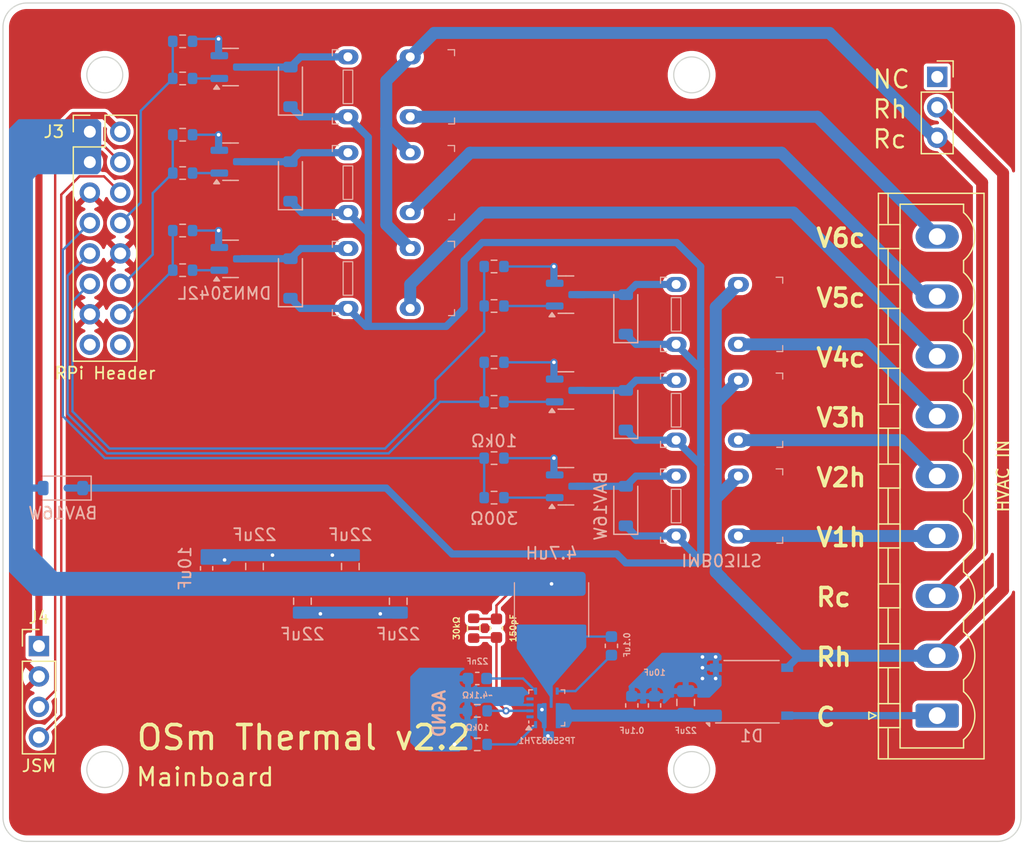
<source format=kicad_pcb>
(kicad_pcb
	(version 20241229)
	(generator "pcbnew")
	(generator_version "9.0")
	(general
		(thickness 1.6)
		(legacy_teardrops no)
	)
	(paper "A4")
	(title_block
		(title "OSm Thermal Main")
		(date "2025-08-14")
		(rev "2.2")
		(company "CircleShift Hardware")
	)
	(layers
		(0 "F.Cu" signal)
		(2 "B.Cu" signal)
		(9 "F.Adhes" user "F.Adhesive")
		(11 "B.Adhes" user "B.Adhesive")
		(13 "F.Paste" user)
		(15 "B.Paste" user)
		(5 "F.SilkS" user "F.Silkscreen")
		(7 "B.SilkS" user "B.Silkscreen")
		(1 "F.Mask" user)
		(3 "B.Mask" user)
		(17 "Dwgs.User" user "User.Drawings")
		(19 "Cmts.User" user "User.Comments")
		(21 "Eco1.User" user "User.Eco1")
		(23 "Eco2.User" user "User.Eco2")
		(25 "Edge.Cuts" user)
		(27 "Margin" user)
		(31 "F.CrtYd" user "F.Courtyard")
		(29 "B.CrtYd" user "B.Courtyard")
		(35 "F.Fab" user)
		(33 "B.Fab" user)
		(39 "User.1" user)
		(41 "User.2" user)
		(43 "User.3" user)
		(45 "User.4" user)
	)
	(setup
		(stackup
			(layer "F.SilkS"
				(type "Top Silk Screen")
			)
			(layer "F.Paste"
				(type "Top Solder Paste")
			)
			(layer "F.Mask"
				(type "Top Solder Mask")
				(thickness 0.01)
			)
			(layer "F.Cu"
				(type "copper")
				(thickness 0.035)
			)
			(layer "dielectric 1"
				(type "core")
				(thickness 1.51)
				(material "FR4")
				(epsilon_r 4.5)
				(loss_tangent 0.02)
			)
			(layer "B.Cu"
				(type "copper")
				(thickness 0.035)
			)
			(layer "B.Mask"
				(type "Bottom Solder Mask")
				(thickness 0.01)
			)
			(layer "B.Paste"
				(type "Bottom Solder Paste")
			)
			(layer "B.SilkS"
				(type "Bottom Silk Screen")
			)
			(copper_finish "None")
			(dielectric_constraints no)
		)
		(pad_to_mask_clearance 0)
		(allow_soldermask_bridges_in_footprints no)
		(tenting front back)
		(pcbplotparams
			(layerselection 0x00000000_00000000_55555555_5755f5ff)
			(plot_on_all_layers_selection 0x00000000_00000000_00000000_00000000)
			(disableapertmacros no)
			(usegerberextensions no)
			(usegerberattributes yes)
			(usegerberadvancedattributes yes)
			(creategerberjobfile yes)
			(dashed_line_dash_ratio 12.000000)
			(dashed_line_gap_ratio 3.000000)
			(svgprecision 4)
			(plotframeref no)
			(mode 1)
			(useauxorigin no)
			(hpglpennumber 1)
			(hpglpenspeed 20)
			(hpglpendiameter 15.000000)
			(pdf_front_fp_property_popups yes)
			(pdf_back_fp_property_popups yes)
			(pdf_metadata yes)
			(pdf_single_document no)
			(dxfpolygonmode yes)
			(dxfimperialunits yes)
			(dxfusepcbnewfont yes)
			(psnegative no)
			(psa4output no)
			(plot_black_and_white yes)
			(sketchpadsonfab no)
			(plotpadnumbers no)
			(hidednponfab no)
			(sketchdnponfab yes)
			(crossoutdnponfab yes)
			(subtractmaskfromsilk no)
			(outputformat 1)
			(mirror no)
			(drillshape 0)
			(scaleselection 1)
			(outputdirectory "output/")
		)
	)
	(net 0 "")
	(net 1 "GNDA")
	(net 2 "+5V")
	(net 3 "Net-(D3-A)")
	(net 4 "Net-(D4-A)")
	(net 5 "Net-(D5-A)")
	(net 6 "Net-(D7-A)")
	(net 7 "Net-(D8-A)")
	(net 8 "unconnected-(J2-Pin_1-Pad1)")
	(net 9 "/SCL")
	(net 10 "/SDA")
	(net 11 "/3.3V")
	(net 12 "Net-(Q1-G)")
	(net 13 "Net-(Q2-G)")
	(net 14 "Net-(Q3-G)")
	(net 15 "Net-(Q4-G)")
	(net 16 "Net-(Q5-G)")
	(net 17 "Net-(Q6-G)")
	(net 18 "/GPIO_14")
	(net 19 "/GPIO_15")
	(net 20 "/GPIO_18")
	(net 21 "/GPIO_4")
	(net 22 "/GPIO_17")
	(net 23 "/GPIO_23")
	(net 24 "unconnected-(TPS56837H1-PG-Pad4)")
	(net 25 "unconnected-(TPS56837H1-EN-Pad1)")
	(net 26 "unconnected-(J3-Pin_15-Pad15)")
	(net 27 "unconnected-(J3-Pin_16-Pad16)")
	(net 28 "/COM")
	(net 29 "/Rh")
	(net 30 "/V5c")
	(net 31 "/Rc")
	(net 32 "/V1h")
	(net 33 "/V6c")
	(net 34 "/V3h")
	(net 35 "/V4c")
	(net 36 "/V2h")
	(net 37 "/VIN")
	(net 38 "/5VK")
	(net 39 "/SS")
	(net 40 "/SW")
	(net 41 "/FB")
	(net 42 "/MODE")
	(net 43 "/BOOT")
	(net 44 "Net-(D9-A)")
	(footprint "Connector_PinHeader_2.54mm:PinHeader_1x04_P2.54mm_Vertical" (layer "F.Cu") (at 53 101.19))
	(footprint "Connector_Phoenix_MSTB:PhoenixContact_MSTBVA_2,5_9-G_1x09_P5.00mm_Vertical" (layer "F.Cu") (at 128 107 90))
	(footprint "Resistor_SMD:R_0603_1608Metric" (layer "F.Cu") (at 89.3 99.7 -90))
	(footprint "Connector_PinHeader_2.54mm:PinHeader_2x08_P2.54mm_Vertical" (layer "F.Cu") (at 57.25 58.25))
	(footprint "Capacitor_SMD:C_0603_1608Metric" (layer "F.Cu") (at 91.2 99.7 -90))
	(footprint "Connector_PinSocket_2.54mm:PinSocket_1x03_P2.54mm_Vertical" (layer "F.Cu") (at 128 53.67))
	(footprint "Diode_SMD:D_SOD-123" (layer "B.Cu") (at 74 62.4 90))
	(footprint "CustomLib:AXICOM IM-B Relay" (layer "B.Cu") (at 108.9 73.5))
	(footprint "Resistor_SMD:R_0603_1608Metric" (layer "B.Cu") (at 65 61.7 180))
	(footprint "Resistor_SMD:R_0603_1608Metric" (layer "B.Cu") (at 89.6 109.4))
	(footprint "Capacitor_SMD:C_0805_2012Metric" (layer "B.Cu") (at 107 105.9 -90))
	(footprint "Resistor_SMD:R_0603_1608Metric" (layer "B.Cu") (at 65 66.5))
	(footprint "Resistor_SMD:R_0603_1608Metric" (layer "B.Cu") (at 91 88.8 180))
	(footprint "CustomLib:AXICOM IM-B Relay" (layer "B.Cu") (at 81.5 70.5))
	(footprint "Resistor_SMD:R_0603_1608Metric" (layer "B.Cu") (at 91 69.5))
	(footprint "CustomLib:AXICOM IM-B Relay" (layer "B.Cu") (at 81.5 62.5))
	(footprint "Diode_SMD:D_SOD-123" (layer "B.Cu") (at 102 89.5 90))
	(footprint "Diode_SMD:D_SOD-123" (layer "B.Cu") (at 55 88 180))
	(footprint "Resistor_SMD:R_0603_1608Metric" (layer "B.Cu") (at 65 53.8 180))
	(footprint "Capacitor_SMD:C_0603_1608Metric" (layer "B.Cu") (at 67 94.7 90))
	(footprint "CustomLib:AXICOM IM-B Relay" (layer "B.Cu") (at 108.9 89.5))
	(footprint "CustomLib:Texas_RPA0010A" (layer "B.Cu") (at 95.4 106.35))
	(footprint "Resistor_SMD:R_0603_1608Metric" (layer "B.Cu") (at 89.6 106.6 180))
	(footprint "Diode_SMD:Diode_Bridge_Diotec_ABS" (layer "B.Cu") (at 112.5 105))
	(footprint "Package_TO_SOT_SMD:SOT-23" (layer "B.Cu") (at 97 87.85))
	(footprint "CustomLib:AXICOM IM-B Relay" (layer "B.Cu") (at 81.5 54.5))
	(footprint "Capacitor_SMD:C_0603_1608Metric" (layer "B.Cu") (at 89.6 103.9))
	(footprint "Package_TO_SOT_SMD:SOT-23" (layer "B.Cu") (at 97 79.85))
	(footprint "Resistor_SMD:R_0603_1608Metric" (layer "B.Cu") (at 91 85.5))
	(footprint "Package_TO_SOT_SMD:SOT-23" (layer "B.Cu") (at 69 60.75))
	(footprint "Capacitor_SMD:C_0805_2012Metric" (layer "B.Cu") (at 83 97.45 -90))
	(footprint "Resistor_SMD:R_0603_1608Metric" (layer "B.Cu") (at 91 77.5))
	(footprint "Package_TO_SOT_SMD:SOT-23" (layer "B.Cu") (at 97 71.85))
	(footprint "Capacitor_SMD:C_0805_2012Metric" (layer "B.Cu") (at 75 97.45 90))
	(footprint "Package_TO_SOT_SMD:SOT-23" (layer "B.Cu") (at 69 68.8625))
	(footprint "CustomLib:BVW00606045" (layer "B.Cu") (at 95.8 98.2))
	(footprint "Capacitor_SMD:C_0603_1608Metric" (layer "B.Cu") (at 104.4 106.15 -90))
	(footprint "Capacitor_SMD:C_0603_1608Metric"
		(layer "B.Cu")
		(uuid "a0076dcd-4c8d-4040-b03b-03c8e174e78d")
		(at 100.8 101.175 -90)
		(descr "Capacitor SMD 0603 
... [230863 chars truncated]
</source>
